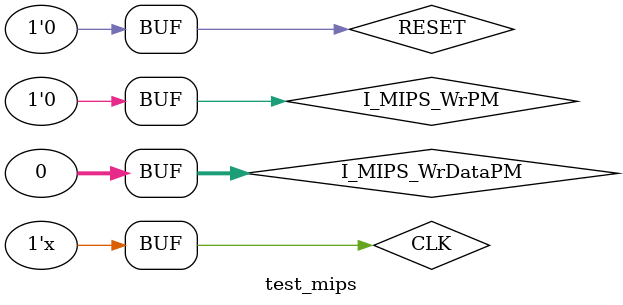
<source format=v>
`timescale 1ns / 1ps


module test_mips;

	// Inputs
	reg CLK;
	reg RESET;
	reg I_MIPS_WrPM;
	reg [31:0] I_MIPS_WrDataPM;

	// Outputs
	wire [31:0] O_PC;
	wire [31:0] O_PC_NEXT;
	wire [31:0] O_ID_PC;
	wire [31:0] O_ID_INSTR;
	wire [19:0] O_EXE_CONTROL;
	wire [31:0] O_EXE_PC;
	wire [31:0] O_EXE_READ_DATA1;
	wire [31:0] O_EXE_READ_DATA2;
	wire [31:0] O_EXE_SIGN_EXT;
	wire [4:0] O_EXE_RS;
	wire [4:0] O_EXE_RT;
	wire [4:0] O_EXE_RD;
	wire [31:0] O_EXE_SHIFT;
	wire [19:0] O_MEM_CONTROL;
	wire [31:0] O_MEM_ALU_RESULT;
	wire [31:0] O_MEM_WRITE_DATA;
	wire [31:0] O_MEM_PC;
	wire [4:0] O_MEM_REGDST;
	wire [31:0] O_MEM_SHIFT;
	wire [19:0] O_WB_CONTROL;
	wire [31:0] O_WB_PC;
	wire [31:0] O_WB_ADDR;
	wire [31:0] O_WB_READ_DATA;
	wire [31:0] O_WB_SHIFT;
	wire [4:0] O_WB_REGDST;
	wire O_HZ_IFID_WRITE;
	wire O_HZ_PC_WRITE;
	wire O_HZ_ID_ControlMux;
	wire [1:0] O_FU_ForwardA;
	wire [1:0] O_FU_ForwardB;
	wire [31:0] O_PM_REG_0;
	wire [31:0] O_PM_REG_1;
	wire [31:0] O_PM_REG_2;
	wire [31:0] O_PM_REG_3;
	wire [31:0] O_PM_REG_4;
	wire [31:0] O_PM_REG_5;
	wire [31:0] O_PM_REG_6;
	wire [31:0] O_PM_REG_7;
	wire [31:0] O_PM_REG_8;
	wire [31:0] O_PM_REG_9;
	wire [31:0] O_PM_REG_10;
	wire [31:0] O_PM_REG_11;
	wire [31:0] O_PM_REG_12;
	wire [31:0] O_PM_REG_13;
	wire [31:0] O_PM_REG_14;
	wire [31:0] O_PM_REG_15;
	wire [31:0] O_PM_REG_16;
	wire [31:0] O_PM_REG_17;
	wire [31:0] O_PM_REG_18;
	wire [31:0] O_PM_REG_19;
	wire [31:0] O_PM_REG_20;
	wire [31:0] O_PM_REG_21;
	wire [31:0] O_PM_REG_22;
	wire [31:0] O_PM_REG_23;
	wire [31:0] O_PM_REG_24;
	wire [31:0] O_PM_REG_25;
	wire [31:0] O_PM_REG_26;
	wire [31:0] O_PM_REG_27;
	wire [31:0] O_PM_REG_28;
	wire [31:0] O_PM_REG_29;
	wire [31:0] O_PM_REG_30;
	wire [31:0] O_PM_REG_31;
	wire [31:0] O_DM_REG_0;
	wire [31:0] O_DM_REG_1;
	wire [31:0] O_DM_REG_2;
	wire [31:0] O_DM_REG_3;
	wire [31:0] O_DM_REG_4;
	wire [31:0] O_DM_REG_5;
	wire [31:0] O_DM_REG_6;
	wire [31:0] O_DM_REG_7;
	wire [31:0] O_DM_REG_8;
	wire [31:0] O_DM_REG_9;
	wire [31:0] O_DM_REG_10;
	wire [31:0] O_DM_REG_11;
	wire [31:0] O_DM_REG_12;
	wire [31:0] O_DM_REG_13;
	wire [31:0] O_DM_REG_14;
	wire [31:0] O_DM_REG_15;
	wire [31:0] O_DM_REG_16;
	wire [31:0] O_DM_REG_17;
	wire [31:0] O_DM_REG_18;
	wire [31:0] O_DM_REG_19;
	wire [31:0] O_DM_REG_20;
	wire [31:0] O_DM_REG_21;
	wire [31:0] O_DM_REG_22;
	wire [31:0] O_DM_REG_23;
	wire [31:0] O_DM_REG_24;
	wire [31:0] O_DM_REG_25;
	wire [31:0] O_DM_REG_26;
	wire [31:0] O_DM_REG_27;
	wire [31:0] O_DM_REG_28;
	wire [31:0] O_DM_REG_29;
	wire [31:0] O_DM_REG_30;
	wire [31:0] O_DM_REG_31;
	wire [31:0] O_RM_REG_0;
	wire [31:0] O_RM_REG_1;
	wire [31:0] O_RM_REG_2;
	wire [31:0] O_RM_REG_3;
	wire [31:0] O_RM_REG_4;
	wire [31:0] O_RM_REG_5;
	wire [31:0] O_RM_REG_6;
	wire [31:0] O_RM_REG_7;
	wire [31:0] O_RM_REG_8;
	wire [31:0] O_RM_REG_9;
	wire [31:0] O_RM_REG_10;
	wire [31:0] O_RM_REG_11;
	wire [31:0] O_RM_REG_12;
	wire [31:0] O_RM_REG_13;
	wire [31:0] O_RM_REG_14;
	wire [31:0] O_RM_REG_15;
	wire [31:0] O_RM_REG_16;
	wire [31:0] O_RM_REG_17;
	wire [31:0] O_RM_REG_18;
	wire [31:0] O_RM_REG_19;
	wire [31:0] O_RM_REG_20;
	wire [31:0] O_RM_REG_21;
	wire [31:0] O_RM_REG_22;
	wire [31:0] O_RM_REG_23;
	wire [31:0] O_RM_REG_24;
	wire [31:0] O_RM_REG_25;
	wire [31:0] O_RM_REG_26;
	wire [31:0] O_RM_REG_27;
	wire [31:0] O_RM_REG_28;
	wire [31:0] O_RM_REG_29;
	wire [31:0] O_RM_REG_30;
	wire [31:0] O_RM_REG_31;

	// Instantiate the Unit Under Test (UUT)
	MIPS2 uut (
		.CLK(CLK), 
		.RESET(RESET), 
		.I_MIPS_WrPM(I_MIPS_WrPM), 
		.I_MIPS_WrDataPM(I_MIPS_WrDataPM), 
		.O_PC(O_PC),
		.O_PC_NEXT(O_PC_NEXT),
		.O_ID_PC(O_ID_PC), 
		.O_ID_INSTR(O_ID_INSTR), 
		.O_EXE_CONTROL(O_EXE_CONTROL), 
		.O_EXE_PC(O_EXE_PC), 
		.O_EXE_READ_DATA1(O_EXE_READ_DATA1), 
		.O_EXE_READ_DATA2(O_EXE_READ_DATA2), 
		.O_EXE_SIGN_EXT(O_EXE_SIGN_EXT), 
		.O_EXE_RS(O_EXE_RS), 
		.O_EXE_RT(O_EXE_RT), 
		.O_EXE_RD(O_EXE_RD), 
		.O_EXE_SHIFT(O_EXE_SHIFT), 
		.O_MEM_CONTROL(O_MEM_CONTROL), 
		.O_MEM_ALU_RESULT(O_MEM_ALU_RESULT), 
		.O_MEM_WRITE_DATA(O_MEM_WRITE_DATA), 
		.O_MEM_PC(O_MEM_PC), 
		.O_MEM_REGDST(O_MEM_REGDST), 
		.O_MEM_SHIFT(O_MEM_SHIFT), 
		.O_WB_CONTROL(O_WB_CONTROL), 
		.O_WB_PC(O_WB_PC), 
		.O_WB_ADDR(O_WB_ADDR), 
		.O_WB_READ_DATA(O_WB_READ_DATA), 
		.O_WB_SHIFT(O_WB_SHIFT), 
		.O_WB_REGDST(O_WB_REGDST), 
		.O_HZ_IFID_WRITE(O_HZ_IFID_WRITE), 
		.O_HZ_PC_WRITE(O_HZ_PC_WRITE), 
		.O_HZ_ID_ControlMux(O_HZ_ID_ControlMux), 
		.O_FU_ForwardA(O_FU_ForwardA), 
		.O_FU_ForwardB(O_FU_ForwardB), 
		.O_PM_REG_0(O_PM_REG_0), 
		.O_PM_REG_1(O_PM_REG_1), 
		.O_PM_REG_2(O_PM_REG_2), 
		.O_PM_REG_3(O_PM_REG_3), 
		.O_PM_REG_4(O_PM_REG_4), 
		.O_PM_REG_5(O_PM_REG_5), 
		.O_PM_REG_6(O_PM_REG_6), 
		.O_PM_REG_7(O_PM_REG_7), 
		.O_PM_REG_8(O_PM_REG_8), 
		.O_PM_REG_9(O_PM_REG_9), 
		.O_PM_REG_10(O_PM_REG_10), 
		.O_PM_REG_11(O_PM_REG_11), 
		.O_PM_REG_12(O_PM_REG_12), 
		.O_PM_REG_13(O_PM_REG_13), 
		.O_PM_REG_14(O_PM_REG_14), 
		.O_PM_REG_15(O_PM_REG_15), 
		.O_PM_REG_16(O_PM_REG_16), 
		.O_PM_REG_17(O_PM_REG_17), 
		.O_PM_REG_18(O_PM_REG_18), 
		.O_PM_REG_19(O_PM_REG_19), 
		.O_PM_REG_20(O_PM_REG_20), 
		.O_PM_REG_21(O_PM_REG_21), 
		.O_PM_REG_22(O_PM_REG_22), 
		.O_PM_REG_23(O_PM_REG_23), 
		.O_PM_REG_24(O_PM_REG_24), 
		.O_PM_REG_25(O_PM_REG_25), 
		.O_PM_REG_26(O_PM_REG_26), 
		.O_PM_REG_27(O_PM_REG_27), 
		.O_PM_REG_28(O_PM_REG_28), 
		.O_PM_REG_29(O_PM_REG_29), 
		.O_PM_REG_30(O_PM_REG_30), 
		.O_PM_REG_31(O_PM_REG_31), 
		.O_DM_REG_0(O_DM_REG_0), 
		.O_DM_REG_1(O_DM_REG_1), 
		.O_DM_REG_2(O_DM_REG_2), 
		.O_DM_REG_3(O_DM_REG_3), 
		.O_DM_REG_4(O_DM_REG_4), 
		.O_DM_REG_5(O_DM_REG_5), 
		.O_DM_REG_6(O_DM_REG_6), 
		.O_DM_REG_7(O_DM_REG_7), 
		.O_DM_REG_8(O_DM_REG_8), 
		.O_DM_REG_9(O_DM_REG_9), 
		.O_DM_REG_10(O_DM_REG_10), 
		.O_DM_REG_11(O_DM_REG_11), 
		.O_DM_REG_12(O_DM_REG_12), 
		.O_DM_REG_13(O_DM_REG_13), 
		.O_DM_REG_14(O_DM_REG_14), 
		.O_DM_REG_15(O_DM_REG_15), 
		.O_DM_REG_16(O_DM_REG_16), 
		.O_DM_REG_17(O_DM_REG_17), 
		.O_DM_REG_18(O_DM_REG_18), 
		.O_DM_REG_19(O_DM_REG_19), 
		.O_DM_REG_20(O_DM_REG_20), 
		.O_DM_REG_21(O_DM_REG_21), 
		.O_DM_REG_22(O_DM_REG_22), 
		.O_DM_REG_23(O_DM_REG_23), 
		.O_DM_REG_24(O_DM_REG_24), 
		.O_DM_REG_25(O_DM_REG_25), 
		.O_DM_REG_26(O_DM_REG_26), 
		.O_DM_REG_27(O_DM_REG_27), 
		.O_DM_REG_28(O_DM_REG_28), 
		.O_DM_REG_29(O_DM_REG_29), 
		.O_DM_REG_30(O_DM_REG_30), 
		.O_DM_REG_31(O_DM_REG_31), 
		.O_RM_REG_0(O_RM_REG_0), 
		.O_RM_REG_1(O_RM_REG_1), 
		.O_RM_REG_2(O_RM_REG_2), 
		.O_RM_REG_3(O_RM_REG_3), 
		.O_RM_REG_4(O_RM_REG_4), 
		.O_RM_REG_5(O_RM_REG_5), 
		.O_RM_REG_6(O_RM_REG_6), 
		.O_RM_REG_7(O_RM_REG_7), 
		.O_RM_REG_8(O_RM_REG_8), 
		.O_RM_REG_9(O_RM_REG_9), 
		.O_RM_REG_10(O_RM_REG_10), 
		.O_RM_REG_11(O_RM_REG_11), 
		.O_RM_REG_12(O_RM_REG_12), 
		.O_RM_REG_13(O_RM_REG_13), 
		.O_RM_REG_14(O_RM_REG_14), 
		.O_RM_REG_15(O_RM_REG_15), 
		.O_RM_REG_16(O_RM_REG_16), 
		.O_RM_REG_17(O_RM_REG_17), 
		.O_RM_REG_18(O_RM_REG_18), 
		.O_RM_REG_19(O_RM_REG_19), 
		.O_RM_REG_20(O_RM_REG_20), 
		.O_RM_REG_21(O_RM_REG_21), 
		.O_RM_REG_22(O_RM_REG_22), 
		.O_RM_REG_23(O_RM_REG_23), 
		.O_RM_REG_24(O_RM_REG_24), 
		.O_RM_REG_25(O_RM_REG_25), 
		.O_RM_REG_26(O_RM_REG_26), 
		.O_RM_REG_27(O_RM_REG_27), 
		.O_RM_REG_28(O_RM_REG_28), 
		.O_RM_REG_29(O_RM_REG_29), 
		.O_RM_REG_30(O_RM_REG_30), 
		.O_RM_REG_31(O_RM_REG_31)
	);

	initial begin
		// Initialize Inputs
		CLK = 0;
		RESET = 1;
		I_MIPS_WrPM = 0;
		I_MIPS_WrDataPM = 0;

		// Wait 100 ns for global reset to finish
		#9;
		RESET = 0;
        
		// Add stimulus here

	end
	
	always begin
		#1 CLK= ~CLK;
		end
	
      
endmodule


</source>
